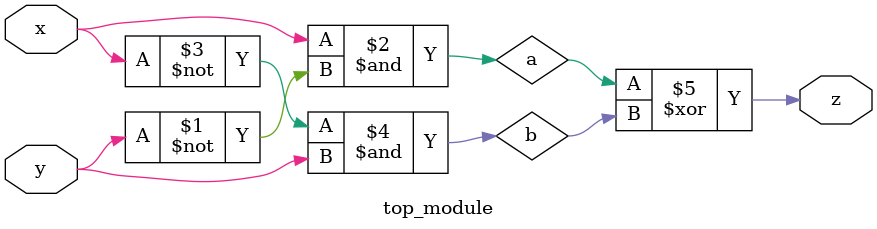
<source format=sv>
module top_module(
    input x,
    input y,
    output z
);

    wire a;
    wire b;
    
    assign a = x & ~y;  // First gate
    assign b = ~x & y;  // Second gate
    
    assign z = a ^ b;   // Third gate

endmodule

</source>
